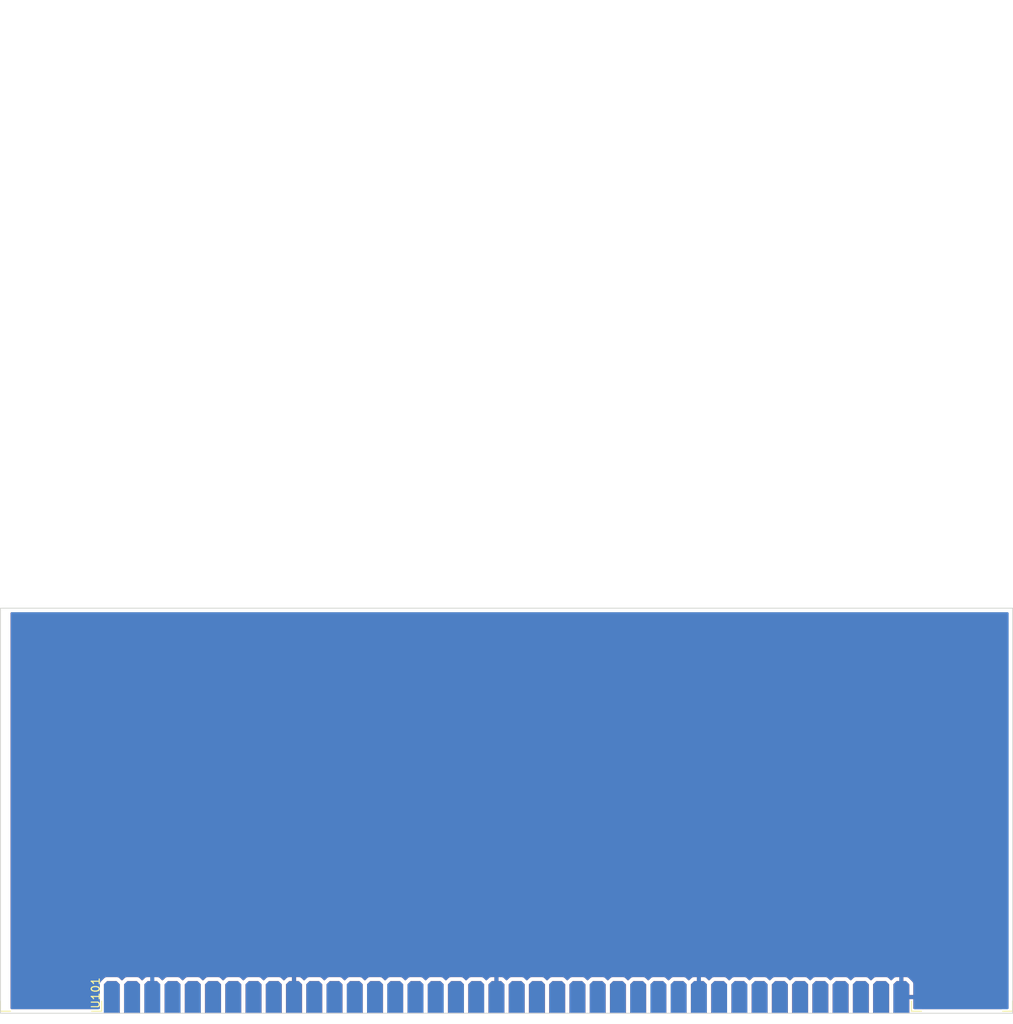
<source format=kicad_pcb>
(kicad_pcb (version 20211014) (generator pcbnew)
  (layers (0 "F.Cu" signal) (31 "B.Cu" signal) (34 "B.Paste" user) (35 "F.Paste" user) (36 "B.SilkS" user "B.Silkscreen") (37 "F.SilkS" user "F.Silkscreen") (38 "B.Mask" user) (39 "F.Mask" user) (44 "Edge.Cuts" user))
  (net 0 "")
  (net 1 "+12V")
  (net 2 "GND")
  (net 3 "+5V")
  (footprint "KenwoodFox:LC_BACKPLANE_MALE" (layer "F.Cu") (at 93.98 180.34)
    (fp_text reference "U101" (at -51.562 -2.54 90 unlocked) (layer "F.SilkS"))
    (fp_text value "LC_BACKPLANE")
    (fp_line (start -63.5 -0.254) (end -62.23 -0.254) (layer "F.SilkS") (width 0.12))
    (fp_line (start -52.07 -0.254) (end -50.8 -0.254) (layer "F.SilkS") (width 0.12))
    (fp_line (start 50.8 -0.254) (end 52.07 -0.254) (layer "F.SilkS") (width 0.12))
    (fp_line (start 50.8 -0.254) (end 50.8 -1.524) (layer "F.SilkS") (width 0.12))
    (fp_line (start 63.5 -1.524) (end 63.5 -0.254) (layer "F.SilkS") (width 0.12))
    (fp_line (start -50.8 -0.254) (end -50.8 -1.524) (layer "F.SilkS") (width 0.12))
    (fp_line (start 63.5 -0.254) (end 62.23 -0.254) (layer "F.SilkS") (width 0.12))
    (fp_line (start -63.5 -0.254) (end -63.5 -1.524) (layer "F.SilkS") (width 0.12))
    (fp_line (start 63.5 -0.254) (end 63.5 -1.524) (layer "F.SilkS") (width 0.12))
    (pad "1" smd roundrect (at -49.53 -2.032 270) (size 4 2) (layers "F.Cu" "F.Mask") (roundrect_rratio 0) (chamfer_ratio 0.2) (chamfer top_left bottom_left) (net 1 "+12V"))
    (pad "2" smd roundrect (at -46.99 -2.032 270) (size 4 2) (layers "F.Cu" "F.Mask") (roundrect_rratio 0) (chamfer_ratio 0.2) (chamfer top_left bottom_left) (net 1 "+12V"))
    (pad "3" smd roundrect (at -44.45 -2.032 270) (size 4 2) (layers "F.Cu" "F.Mask") (roundrect_rratio 0) (chamfer_ratio 0.2) (chamfer top_left bottom_left) (net 2 "GND"))
    (pad "4" smd roundrect (at -41.91 -2.032 270) (size 4 2) (layers "F.Cu" "F.Mask") (roundrect_rratio 0) (chamfer_ratio 0.2) (chamfer top_left bottom_left) (net 3 "+5V"))
    (pad "5" smd roundrect (at -39.37 -2.032 270) (size 4 2) (layers "F.Cu" "F.Mask") (roundrect_rratio 0) (chamfer_ratio 0.2) (chamfer top_left bottom_left))
    (pad "6" smd roundrect (at -36.83 -2.032 270) (size 4 2) (layers "F.Cu" "F.Mask") (roundrect_rratio 0) (chamfer_ratio 0.2) (chamfer top_left bottom_left))
    (pad "7" smd roundrect (at -34.29 -2.032 270) (size 4 2) (layers "F.Cu" "F.Mask") (roundrect_rratio 0) (chamfer_ratio 0.2) (chamfer top_left bottom_left))
    (pad "8" smd roundrect (at -31.75 -2.032 270) (size 4 2) (layers "F.Cu" "F.Mask") (roundrect_rratio 0) (chamfer_ratio 0.2) (chamfer top_left bottom_left))
    (pad "9" smd roundrect (at -29.21 -2.032 270) (size 4 2) (layers "F.Cu" "F.Mask") (roundrect_rratio 0) (chamfer_ratio 0.2) (chamfer top_left bottom_left))
    (pad "10" smd roundrect (at -26.67 -2.032 270) (size 4 2) (layers "F.Cu" "F.Mask") (roundrect_rratio 0) (chamfer_ratio 0.2) (chamfer top_left bottom_left) (net 2 "GND"))
    (pad "11" smd roundrect (at -24.13 -2.032 270) (size 4 2) (layers "F.Cu" "F.Mask") (roundrect_rratio 0) (chamfer_ratio 0.2) (chamfer top_left bottom_left))
    (pad "12" smd roundrect (at -21.59 -2.032 270) (size 4 2) (layers "F.Cu" "F.Mask") (roundrect_rratio 0) (chamfer_ratio 0.2) (chamfer top_left bottom_left))
    (pad "13" smd roundrect (at -19.05 -2.032 270) (size 4 2) (layers "F.Cu" "F.Mask") (roundrect_rratio 0) (chamfer_ratio 0.2) (chamfer top_left bottom_left))
    (pad "14" smd roundrect (at -16.51 -2.032 270) (size 4 2) (layers "F.Cu" "F.Mask") (roundrect_rratio 0) (chamfer_ratio 0.2) (chamfer top_left bottom_left))
    (pad "15" smd roundrect (at -13.97 -2.032 270) (size 4 2) (layers "F.Cu" "F.Mask") (roundrect_rratio 0) (chamfer_ratio 0.2) (chamfer top_left bottom_left))
    (pad "16" smd roundrect (at -11.43 -2.032 270) (size 4 2) (layers "F.Cu" "F.Mask") (roundrect_rratio 0) (chamfer_ratio 0.2) (chamfer top_left bottom_left))
    (pad "17" smd roundrect (at -8.89 -2.032 270) (size 4 2) (layers "F.Cu" "F.Mask") (roundrect_rratio 0) (chamfer_ratio 0.2) (chamfer top_left bottom_left))
    (pad "18" smd roundrect (at -6.35 -2.032 270) (size 4 2) (layers "F.Cu" "F.Mask") (roundrect_rratio 0) (chamfer_ratio 0.2) (chamfer top_left bottom_left))
    (pad "19" smd roundrect (at -3.81 -2.032 270) (size 4 2) (layers "F.Cu" "F.Mask") (roundrect_rratio 0) (chamfer_ratio 0.2) (chamfer top_left bottom_left))
    (pad "20" smd roundrect (at -1.27 -2.032 270) (size 4 2) (layers "F.Cu" "F.Mask") (roundrect_rratio 0) (chamfer_ratio 0.2) (chamfer top_left bottom_left) (net 2 "GND"))
    (pad "21" smd roundrect (at 1.27 -2.032 270) (size 4 2) (layers "F.Cu" "F.Mask") (roundrect_rratio 0) (chamfer_ratio 0.2) (chamfer top_left bottom_left))
    (pad "22" smd roundrect (at 3.81 -2.032 270) (size 4 2) (layers "F.Cu" "F.Mask") (roundrect_rratio 0) (chamfer_ratio 0.2) (chamfer top_left bottom_left))
    (pad "23" smd roundrect (at 6.35 -2.032 270) (size 4 2) (layers "F.Cu" "F.Mask") (roundrect_rratio 0) (chamfer_ratio 0.2) (chamfer top_left bottom_left))
    (pad "24" smd roundrect (at 8.89 -2.032 270) (size 4 2) (layers "F.Cu" "F.Mask") (roundrect_rratio 0) (chamfer_ratio 0.2) (chamfer top_left bottom_left))
    (pad "25" smd roundrect (at 11.43 -2.032 270) (size 4 2) (layers "F.Cu" "F.Mask") (roundrect_rratio 0) (chamfer_ratio 0.2) (chamfer top_left bottom_left))
    (pad "26" smd roundrect (at 13.97 -2.032 270) (size 4 2) (layers "F.Cu" "F.Mask") (roundrect_rratio 0) (chamfer_ratio 0.2) (chamfer top_left bottom_left))
    (pad "27" smd roundrect (at 16.51 -2.032 270) (size 4 2) (layers "F.Cu" "F.Mask") (roundrect_rratio 0) (chamfer_ratio 0.2) (chamfer top_left bottom_left))
    (pad "28" smd roundrect (at 19.05 -2.032 270) (size 4 2) (layers "F.Cu" "F.Mask") (roundrect_rratio 0) (chamfer_ratio 0.2) (chamfer top_left bottom_left))
    (pad "29" smd roundrect (at 21.59 -2.032 270) (size 4 2) (layers "F.Cu" "F.Mask") (roundrect_rratio 0) (chamfer_ratio 0.2) (chamfer top_left bottom_left))
    (pad "30" smd roundrect (at 24.13 -2.032 270) (size 4 2) (layers "F.Cu" "F.Mask") (roundrect_rratio 0) (chamfer_ratio 0.2) (chamfer top_left bottom_left) (net 2 "GND"))
    (pad "31" smd roundrect (at 26.67 -2.032 270) (size 4 2) (layers "F.Cu" "F.Mask") (roundrect_rratio 0) (chamfer_ratio 0.2) (chamfer top_left bottom_left))
    (pad "32" smd roundrect (at 29.21 -2.032 270) (size 4 2) (layers "F.Cu" "F.Mask") (roundrect_rratio 0) (chamfer_ratio 0.2) (chamfer top_left bottom_left))
    (pad "33" smd roundrect (at 31.75 -2.032 270) (size 4 2) (layers "F.Cu" "F.Mask") (roundrect_rratio 0) (chamfer_ratio 0.2) (chamfer top_left bottom_left))
    (pad "34" smd roundrect (at 34.29 -2.032 270) (size 4 2) (layers "F.Cu" "F.Mask") (roundrect_rratio 0) (chamfer_ratio 0.2) (chamfer top_left bottom_left))
    (pad "35" smd roundrect (at 36.83 -2.032 270) (size 4 2) (layers "F.Cu" "F.Mask") (roundrect_rratio 0) (chamfer_ratio 0.2) (chamfer top_left bottom_left))
    (pad "36" smd roundrect (at 39.37 -2.032 270) (size 4 2) (layers "F.Cu" "F.Mask") (roundrect_rratio 0) (chamfer_ratio 0.2) (chamfer top_left bottom_left))
    (pad "37" smd roundrect (at 41.91 -2.032 270) (size 4 2) (layers "F.Cu" "F.Mask") (roundrect_rratio 0) (chamfer_ratio 0.2) (chamfer top_left bottom_left))
    (pad "38" smd roundrect (at 44.45 -2.032 270) (size 4 2) (layers "F.Cu" "F.Mask") (roundrect_rratio 0) (chamfer_ratio 0.2) (chamfer top_left bottom_left))
    (pad "39" smd roundrect (at 46.99 -2.032 270) (size 4 2) (layers "F.Cu" "F.Mask") (roundrect_rratio 0) (chamfer_ratio 0.2) (chamfer top_left bottom_left))
    (pad "40" smd roundrect (at 49.53 -2.032 270) (size 4 2) (layers "F.Cu" "F.Mask") (roundrect_rratio 0) (chamfer_ratio 0.2) (chamfer top_left bottom_left) (net 2 "GND"))
    (pad "41" smd roundrect (at -49.53 -2.032 90) (size 4 2) (layers "B.Cu" "B.Mask") (roundrect_rratio 0) (chamfer_ratio 0.2) (chamfer top_right bottom_right) (net 1 "+12V"))
    (pad "42" smd roundrect (at -46.99 -2.032 90) (size 4 2) (layers "B.Cu" "B.Mask") (roundrect_rratio 0) (chamfer_ratio 0.2) (chamfer top_right bottom_right) (net 1 "+12V"))
    (pad "43" smd roundrect (at -44.45 -2.032 90) (size 4 2) (layers "B.Cu" "B.Mask") (roundrect_rratio 0) (chamfer_ratio 0.2) (chamfer top_right bottom_right) (net 2 "GND"))
    (pad "44" smd roundrect (at -41.91 -2.032 90) (size 4 2) (layers "B.Cu" "B.Mask") (roundrect_rratio 0) (chamfer_ratio 0.2) (chamfer top_right bottom_right) (net 3 "+5V"))
    (pad "45" smd roundrect (at -39.37 -2.032 90) (size 4 2) (layers "B.Cu" "B.Mask") (roundrect_rratio 0) (chamfer_ratio 0.2) (chamfer top_right bottom_right))
    (pad "46" smd roundrect (at -36.83 -2.032 90) (size 4 2) (layers "B.Cu" "B.Mask") (roundrect_rratio 0) (chamfer_ratio 0.2) (chamfer top_right bottom_right))
    (pad "47" smd roundrect (at -34.29 -2.032 90) (size 4 2) (layers "B.Cu" "B.Mask") (roundrect_rratio 0) (chamfer_ratio 0.2) (chamfer top_right bottom_right))
    (pad "48" smd roundrect (at -31.75 -2.032 90) (size 4 2) (layers "B.Cu" "B.Mask") (roundrect_rratio 0) (chamfer_ratio 0.2) (chamfer top_right bottom_right))
    (pad "49" smd roundrect (at -29.21 -2.032 90) (size 4 2) (layers "B.Cu" "B.Mask") (roundrect_rratio 0) (chamfer_ratio 0.2) (chamfer top_right bottom_right))
    (pad "50" smd roundrect (at -26.67 -2.032 90) (size 4 2) (layers "B.Cu" "B.Mask") (roundrect_rratio 0) (chamfer_ratio 0.2) (chamfer top_right bottom_right) (net 2 "GND"))
    (pad "51" smd roundrect (at -24.13 -2.032 90) (size 4 2) (layers "B.Cu" "B.Mask") (roundrect_rratio 0) (chamfer_ratio 0.2) (chamfer top_right bottom_right))
    (pad "52" smd roundrect (at -21.59 -2.032 90) (size 4 2) (layers "B.Cu" "B.Mask") (roundrect_rratio 0) (chamfer_ratio 0.2) (chamfer top_right bottom_right))
    (pad "53" smd roundrect (at -19.05 -2.032 90) (size 4 2) (layers "B.Cu" "B.Mask") (roundrect_rratio 0) (chamfer_ratio 0.2) (chamfer top_right bottom_right))
    (pad "54" smd roundrect (at -16.51 -2.032 90) (size 4 2) (layers "B.Cu" "B.Mask") (roundrect_rratio 0) (chamfer_ratio 0.2) (chamfer top_right bottom_right))
    (pad "55" smd roundrect (at -13.97 -2.032 90) (size 4 2) (layers "B.Cu" "B.Mask") (roundrect_rratio 0) (chamfer_ratio 0.2) (chamfer top_right bottom_right))
    (pad "56" smd roundrect (at -11.43 -2.032 90) (size 4 2) (layers "B.Cu" "B.Mask") (roundrect_rratio 0) (chamfer_ratio 0.2) (chamfer top_right bottom_right))
    (pad "57" smd roundrect (at -8.89 -2.032 90) (size 4 2) (layers "B.Cu" "B.Mask") (roundrect_rratio 0) (chamfer_ratio 0.2) (chamfer top_right bottom_right))
    (pad "58" smd roundrect (at -6.35 -2.032 90) (size 4 2) (layers "B.Cu" "B.Mask") (roundrect_rratio 0) (chamfer_ratio 0.2) (chamfer top_right bottom_right))
    (pad "59" smd roundrect (at -3.81 -2.032 90) (size 4 2) (layers "B.Cu" "B.Mask") (roundrect_rratio 0) (chamfer_ratio 0.2) (chamfer top_right bottom_right))
    (pad "60" smd roundrect (at -1.27 -2.032 90) (size 4 2) (layers "B.Cu" "B.Mask") (roundrect_rratio 0) (chamfer_ratio 0.2) (chamfer top_right bottom_right) (net 2 "GND"))
    (pad "61" smd roundrect (at 1.27 -2.032 90) (size 4 2) (layers "B.Cu" "B.Mask") (roundrect_rratio 0) (chamfer_ratio 0.2) (chamfer top_right bottom_right))
    (pad "62" smd roundrect (at 3.81 -2.032 90) (size 4 2) (layers "B.Cu" "B.Mask") (roundrect_rratio 0) (chamfer_ratio 0.2) (chamfer top_right bottom_right))
    (pad "63" smd roundrect (at 6.35 -2.032 90) (size 4 2) (layers "B.Cu" "B.Mask") (roundrect_rratio 0) (chamfer_ratio 0.2) (chamfer top_right bottom_right))
    (pad "64" smd roundrect (at 8.89 -2.032 90) (size 4 2) (layers "B.Cu" "B.Mask") (roundrect_rratio 0) (chamfer_ratio 0.2) (chamfer top_right bottom_right))
    (pad "65" smd roundrect (at 11.43 -2.032 90) (size 4 2) (layers "B.Cu" "B.Mask") (roundrect_rratio 0) (chamfer_ratio 0.2) (chamfer top_right bottom_right))
    (pad "66" smd roundrect (at 13.97 -2.032 90) (size 4 2) (layers "B.Cu" "B.Mask") (roundrect_rratio 0) (chamfer_ratio 0.2) (chamfer top_right bottom_right))
    (pad "67" smd roundrect (at 16.51 -2.032 90) (size 4 2) (layers "B.Cu" "B.Mask") (roundrect_rratio 0) (chamfer_ratio 0.2) (chamfer top_right bottom_right))
    (pad "68" smd roundrect (at 19.05 -2.032 90) (size 4 2) (layers "B.Cu" "B.Mask") (roundrect_rratio 0) (chamfer_ratio 0.2) (chamfer top_right bottom_right))
    (pad "69" smd roundrect (at 21.59 -2.032 90) (size 4 2) (layers "B.Cu" "B.Mask") (roundrect_rratio 0) (chamfer_ratio 0.2) (chamfer top_right bottom_right))
    (pad "70" smd roundrect (at 24.13 -2.032 90) (size 4 2) (layers "B.Cu" "B.Mask") (roundrect_rratio 0) (chamfer_ratio 0.2) (chamfer top_right bottom_right) (net 2 "GND"))
    (pad "71" smd roundrect (at 26.67 -2.032 90) (size 4 2) (layers "B.Cu" "B.Mask") (roundrect_rratio 0) (chamfer_ratio 0.2) (chamfer top_right bottom_right))
    (pad "72" smd roundrect (at 29.21 -2.032 90) (size 4 2) (layers "B.Cu" "B.Mask") (roundrect_rratio 0) (chamfer_ratio 0.2) (chamfer top_right bottom_right))
    (pad "73" smd roundrect (at 31.75 -2.032 90) (size 4 2) (layers "B.Cu" "B.Mask") (roundrect_rratio 0) (chamfer_ratio 0.2) (chamfer top_right bottom_right))
    (pad "74" smd roundrect (at 34.29 -2.032 90) (size 4 2) (layers "B.Cu" "B.Mask") (roundrect_rratio 0) (chamfer_ratio 0.2) (chamfer top_right bottom_right))
    (pad "75" smd roundrect (at 36.83 -2.032 90) (size 4 2) (layers "B.Cu" "B.Mask") (roundrect_rratio 0) (chamfer_ratio 0.2) (chamfer top_right bottom_right))
    (pad "76" smd roundrect (at 39.37 -2.032 90) (size 4 2) (layers "B.Cu" "B.Mask") (roundrect_rratio 0) (chamfer_ratio 0.2) (chamfer top_right bottom_right))
    (pad "77" smd roundrect (at 41.91 -2.032 90) (size 4 2) (layers "B.Cu" "B.Mask") (roundrect_rratio 0) (chamfer_ratio 0.2) (chamfer top_right bottom_right))
    (pad "78" smd roundrect (at 44.45 -2.032 90) (size 4 2) (layers "B.Cu" "B.Mask") (roundrect_rratio 0) (chamfer_ratio 0.2) (chamfer top_right bottom_right))
    (pad "79" smd roundrect (at 46.99 -2.032 90) (size 4 2) (layers "B.Cu" "B.Mask") (roundrect_rratio 0) (chamfer_ratio 0.2) (chamfer top_right bottom_right))
    (pad "80" smd roundrect (at 49.53 -2.032 90) (size 4 2) (layers "B.Cu" "B.Mask") (roundrect_rratio 0) (chamfer_ratio 0.2) (chamfer top_right bottom_right) (net 2 "GND"))
    (zone (net 0) (net_name "") (layer "F.Cu") (connect_pads (clearance 0)) (min_thickness 0.254)
      (keepout (tracks not_allowed) (vias not_allowed) (pads not_allowed) (copperpour not_allowed) (footprints not_allowed))
      (fill (thermal_gap 0.508) (thermal_bridge_width 0.508))
      (polygon (pts (xy 157.48 180.34) (xy 156.21 180.34) (xy 156.21 53.34) (xy 157.48 53.34)))
    )
    (zone (net 0) (net_name "") (layers F&B.Cu) (connect_pads (clearance 0)) (min_thickness 0.254)
      (keepout (tracks not_allowed) (vias not_allowed) (pads not_allowed) (copperpour not_allowed) (footprints not_allowed))
      (fill (thermal_gap 0.508) (thermal_bridge_width 0.508))
      (polygon (pts (xy 31.75 180.34) (xy 30.48 180.34) (xy 30.48 53.34) (xy 31.75 53.34)))
    )
  )
  (gr_rect (start 157.48 180.34) (end 30.48 129.54) (layer "Edge.Cuts") (width 0.1) (fill none))
  (zone (net 2) (net_name "GND") (layers F&B.Cu) (connect_pads (clearance 0.508)) (min_thickness 0.254) (fill yes (thermal_gap 0.508) (thermal_bridge_width 0.508))
    (polygon (pts (xy 157.48 180.34) (xy 30.48 180.34) (xy 30.48 129.54) (xy 157.48 129.54)))
  )
)
</source>
